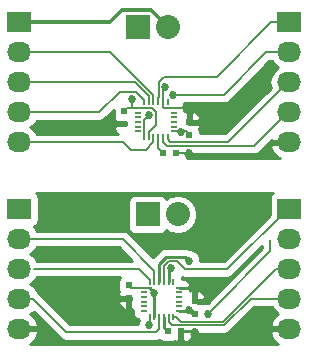
<source format=gtl>
%TF.GenerationSoftware,KiCad,Pcbnew,4.0.4+e1-6308~48~ubuntu16.04.1-stable*%
%TF.CreationDate,2017-01-02T12:50:36-08:00*%
%TF.ProjectId,mpu9250-breakout,6D7075393235302D627265616B6F7574,v1.0*%
%TF.FileFunction,Copper,L1,Top,Signal*%
%FSLAX46Y46*%
G04 Gerber Fmt 4.6, Leading zero omitted, Abs format (unit mm)*
G04 Created by KiCad (PCBNEW 4.0.4+e1-6308~48~ubuntu16.04.1-stable) date Mon Jan  2 12:50:36 2017*
%MOMM*%
%LPD*%
G01*
G04 APERTURE LIST*
%ADD10C,0.350000*%
%ADD11R,0.550000X0.200000*%
%ADD12R,0.200000X0.550000*%
%ADD13R,0.500000X0.600000*%
%ADD14R,0.600000X0.500000*%
%ADD15R,2.032000X1.727200*%
%ADD16O,2.032000X1.727200*%
%ADD17R,2.032000X2.032000*%
%ADD18O,2.032000X2.032000*%
%ADD19C,0.685800*%
%ADD20C,0.254000*%
%ADD21C,0.152400*%
%ADD22C,0.330200*%
%ADD23C,0.330200*%
%ADD24C,0.350000*%
G04 APERTURE END LIST*
D10*
D11*
X143129000Y-115913000D03*
X143129000Y-116313000D03*
X143129000Y-116713000D03*
X143129000Y-117113000D03*
X143129000Y-117513000D03*
X143129000Y-117913000D03*
D12*
X143629000Y-118413000D03*
X144029000Y-118413000D03*
X144429000Y-118413000D03*
X144829000Y-118413000D03*
X145229000Y-118413000D03*
X145629000Y-118413000D03*
D11*
X146129000Y-117913000D03*
X146129000Y-117513000D03*
X146129000Y-117113000D03*
X146129000Y-116713000D03*
X146129000Y-116313000D03*
X146129000Y-115913000D03*
D12*
X145629000Y-115413000D03*
X145229000Y-115413000D03*
X144829000Y-115413000D03*
X144429000Y-115413000D03*
X144029000Y-115413000D03*
X143629000Y-115413000D03*
D13*
X141478000Y-100939600D03*
X141478000Y-102039600D03*
D14*
X144738000Y-104521000D03*
X145838000Y-104521000D03*
D13*
X146964400Y-103004800D03*
X146964400Y-101904800D03*
D15*
X132588000Y-93472000D03*
D16*
X132588000Y-96012000D03*
X132588000Y-98552000D03*
X132588000Y-101092000D03*
X132588000Y-103632000D03*
D15*
X155448000Y-93472000D03*
D16*
X155448000Y-96012000D03*
X155448000Y-98552000D03*
X155448000Y-101092000D03*
X155448000Y-103632000D03*
D17*
X142646400Y-93878400D03*
D18*
X145186400Y-93878400D03*
D11*
X142645000Y-100703000D03*
X142645000Y-101103000D03*
X142645000Y-101503000D03*
X142645000Y-101903000D03*
X142645000Y-102303000D03*
X142645000Y-102703000D03*
D12*
X143145000Y-103203000D03*
X143545000Y-103203000D03*
X143945000Y-103203000D03*
X144345000Y-103203000D03*
X144745000Y-103203000D03*
X145145000Y-103203000D03*
D11*
X145645000Y-102703000D03*
X145645000Y-102303000D03*
X145645000Y-101903000D03*
X145645000Y-101503000D03*
X145645000Y-101103000D03*
X145645000Y-100703000D03*
D12*
X145145000Y-100203000D03*
X144745000Y-100203000D03*
X144345000Y-100203000D03*
X143945000Y-100203000D03*
X143545000Y-100203000D03*
X143145000Y-100203000D03*
D13*
X141859000Y-115740000D03*
X141859000Y-116840000D03*
D14*
X145161000Y-119634000D03*
X146261000Y-119634000D03*
D13*
X147447000Y-118194000D03*
X147447000Y-117094000D03*
D15*
X155448000Y-109263201D03*
D16*
X155448000Y-111803201D03*
X155448000Y-114343201D03*
X155448000Y-116883201D03*
X155448000Y-119423201D03*
D15*
X132588000Y-109263201D03*
D16*
X132588000Y-111803201D03*
X132588000Y-114343201D03*
X132588000Y-116883201D03*
X132588000Y-119423201D03*
D17*
X143446500Y-109728000D03*
D18*
X145986500Y-109728000D03*
D19*
X146932252Y-113665000D03*
X146932252Y-117812607D03*
X146259493Y-102763651D03*
X148526500Y-118173490D03*
X143573500Y-119126000D03*
X145615170Y-99598913D03*
X143560800Y-101295200D03*
X138557000Y-113030000D03*
X138811000Y-110490000D03*
X148336000Y-112966500D03*
X145445495Y-114252243D03*
X147461324Y-119684821D03*
X147554562Y-115865414D03*
X148590000Y-117094000D03*
X140716000Y-116840000D03*
X144945110Y-98897023D03*
X148234400Y-101904800D03*
X146913600Y-104546400D03*
X140462000Y-102057200D03*
X146964400Y-100584000D03*
X142138400Y-99923600D03*
X144029000Y-116343000D03*
D20*
X144429000Y-115413000D02*
X144429000Y-113894092D01*
X144429000Y-113894092D02*
X145013701Y-113309391D01*
X145013701Y-113309391D02*
X146576643Y-113309391D01*
X146576643Y-113309391D02*
X146589353Y-113322101D01*
X146589353Y-113322101D02*
X146932252Y-113665000D01*
X147447000Y-118194000D02*
X147313645Y-118194000D01*
X147313645Y-118194000D02*
X146932252Y-117812607D01*
X146129000Y-117913000D02*
X147166000Y-117913000D01*
X147166000Y-117913000D02*
X147447000Y-118194000D01*
D21*
X145645000Y-102703000D02*
X146202400Y-102703000D01*
X146259493Y-102763651D02*
X146662600Y-102703000D01*
X146202400Y-102706558D02*
X146259493Y-102763651D01*
X146202400Y-102703000D02*
X146202400Y-102706558D01*
D22*
X141274800Y-92456000D02*
X143764000Y-92456000D01*
X143764000Y-92456000D02*
X145186400Y-93878400D01*
X140258800Y-93472000D02*
X141274800Y-92456000D01*
X132588000Y-93472000D02*
X140258800Y-93472000D01*
D21*
X146662600Y-102703000D02*
X146964400Y-103004800D01*
X153847800Y-112852190D02*
X148869399Y-117830591D01*
X153847800Y-111887000D02*
X153847800Y-112852190D01*
X148869399Y-117830591D02*
X148526500Y-118173490D01*
X143629000Y-118413000D02*
X143629000Y-119070500D01*
X143629000Y-119070500D02*
X143573500Y-119126000D01*
X149879887Y-99598913D02*
X153466800Y-96012000D01*
X153466800Y-96012000D02*
X155448000Y-96012000D01*
X145615170Y-99598913D02*
X149879887Y-99598913D01*
X143148601Y-103199399D02*
X143148601Y-101707399D01*
X143145000Y-103203000D02*
X143148601Y-103199399D01*
X143148601Y-101707399D02*
X143560800Y-101295200D01*
X143945000Y-103630400D02*
X143945000Y-103203000D01*
X143282991Y-104292409D02*
X143945000Y-103630400D01*
X142062943Y-104292409D02*
X143282991Y-104292409D01*
X132588000Y-103632000D02*
X141402534Y-103632000D01*
X141402534Y-103632000D02*
X142062943Y-104292409D01*
X145501911Y-119113311D02*
X149940557Y-119113311D01*
X145229000Y-118840400D02*
X145501911Y-119113311D01*
X149940557Y-119113311D02*
X152170667Y-116883201D01*
X145229000Y-118413000D02*
X145229000Y-118840400D01*
X152170667Y-116883201D02*
X154279600Y-116883201D01*
X154279600Y-116883201D02*
X155448000Y-116883201D01*
X145051400Y-103936800D02*
X152450800Y-103936800D01*
X152450800Y-103936800D02*
X155295600Y-101092000D01*
X155295600Y-101092000D02*
X155448000Y-101092000D01*
X144745000Y-103203000D02*
X144745000Y-103630400D01*
X144745000Y-103630400D02*
X145051400Y-103936800D01*
X149814301Y-118808500D02*
X146276900Y-118808500D01*
X146276900Y-118808500D02*
X145881400Y-118413000D01*
X145881400Y-118413000D02*
X145629000Y-118413000D01*
X155448000Y-114343201D02*
X154279600Y-114343201D01*
X154279600Y-114343201D02*
X149814301Y-118808500D01*
X145145000Y-103203000D02*
X145145000Y-103378000D01*
X145145000Y-103378000D02*
X145348200Y-103581200D01*
X145348200Y-103581200D02*
X150266400Y-103581200D01*
X155295600Y-98552000D02*
X155448000Y-98552000D01*
X150266400Y-103581200D02*
X155295600Y-98552000D01*
D20*
X145229000Y-115413000D02*
X145229000Y-114468738D01*
X145229000Y-114468738D02*
X145445495Y-114252243D01*
X147410503Y-119634000D02*
X147461324Y-119684821D01*
X146261000Y-119634000D02*
X147410503Y-119634000D01*
X147506976Y-115913000D02*
X147554562Y-115865414D01*
X146129000Y-115913000D02*
X147506976Y-115913000D01*
X147447000Y-115972976D02*
X147554562Y-115865414D01*
X147447000Y-117094000D02*
X147447000Y-115972976D01*
X147447000Y-117094000D02*
X148590000Y-117094000D01*
X141859000Y-116840000D02*
X140716000Y-116840000D01*
D21*
X144745000Y-99097133D02*
X144945110Y-98897023D01*
X144745000Y-100203000D02*
X144745000Y-99097133D01*
X146964400Y-101904800D02*
X148234400Y-101904800D01*
X145838000Y-104521000D02*
X146888200Y-104521000D01*
X146888200Y-104521000D02*
X146913600Y-104546400D01*
X144745000Y-100203000D02*
X144745000Y-100630400D01*
X144745000Y-100630400D02*
X144821201Y-100706601D01*
X144821201Y-100706601D02*
X145641399Y-100706601D01*
X145641399Y-100706601D02*
X145645000Y-100703000D01*
X141478000Y-102039600D02*
X140479600Y-102039600D01*
X140479600Y-102039600D02*
X140462000Y-102057200D01*
X146964400Y-101904800D02*
X146964400Y-100584000D01*
X146423000Y-100703000D02*
X146939000Y-101219000D01*
X146939000Y-101219000D02*
X146939000Y-101981000D01*
X145645000Y-100703000D02*
X146423000Y-100703000D01*
X146621500Y-114363500D02*
X150195301Y-114363500D01*
X150195301Y-114363500D02*
X155295600Y-109263201D01*
X155295600Y-109263201D02*
X155448000Y-109263201D01*
X145923000Y-113665000D02*
X146621500Y-114363500D01*
X145224500Y-113665000D02*
X145923000Y-113665000D01*
X144829000Y-114060500D02*
X145224500Y-113665000D01*
X144829000Y-115413000D02*
X144829000Y-114060500D01*
X149301200Y-98094800D02*
X153924000Y-93472000D01*
X153924000Y-93472000D02*
X155448000Y-93472000D01*
X144830800Y-98094800D02*
X149301200Y-98094800D01*
X144373600Y-98552000D02*
X144830800Y-98094800D01*
X144373600Y-99747000D02*
X144373600Y-98552000D01*
X144345000Y-100203000D02*
X144345000Y-99775600D01*
X144345000Y-99775600D02*
X144373600Y-99747000D01*
X143916389Y-100174389D02*
X143945000Y-100203000D01*
X143916389Y-99638033D02*
X143916389Y-100174389D01*
X140290356Y-96012000D02*
X143916389Y-99638033D01*
X132588000Y-96012000D02*
X140290356Y-96012000D01*
X142399289Y-98552000D02*
X133756400Y-98552000D01*
X143545000Y-99697711D02*
X142399289Y-98552000D01*
X143545000Y-100203000D02*
X143545000Y-99697711D01*
X133756400Y-98552000D02*
X132588000Y-98552000D01*
X143145000Y-100028000D02*
X143145000Y-100203000D01*
X141102079Y-99352099D02*
X142469099Y-99352099D01*
X142469099Y-99352099D02*
X143145000Y-100028000D01*
X139362178Y-101092000D02*
X141102079Y-99352099D01*
X132588000Y-101092000D02*
X139362178Y-101092000D01*
D20*
X144829000Y-118413000D02*
X144829000Y-119302000D01*
X144829000Y-119302000D02*
X145161000Y-119634000D01*
D21*
X144345000Y-103203000D02*
X144345000Y-104128000D01*
X144345000Y-104128000D02*
X144738000Y-104521000D01*
X142645000Y-100703000D02*
X142665698Y-100723698D01*
X142665698Y-100723698D02*
X143835122Y-100723698D01*
X144132302Y-101020878D02*
X144132302Y-102188298D01*
X143545000Y-102775600D02*
X143545000Y-103203000D01*
X143835122Y-100723698D02*
X144132302Y-101020878D01*
X144132302Y-102188298D02*
X143545000Y-102775600D01*
X142645000Y-100703000D02*
X142087600Y-100703000D01*
X142087600Y-100703000D02*
X141714600Y-100703000D01*
X142138400Y-100652200D02*
X142087600Y-100703000D01*
X142138400Y-99923600D02*
X142138400Y-100652200D01*
X141714600Y-100703000D02*
X141478000Y-100939600D01*
X143129000Y-115913000D02*
X143183401Y-115967401D01*
X143183401Y-115967401D02*
X143653401Y-115967401D01*
X143129000Y-115913000D02*
X142032000Y-115913000D01*
X142032000Y-115913000D02*
X141859000Y-115740000D01*
D20*
X144029000Y-116343000D02*
X143653401Y-115967401D01*
X144029000Y-118413000D02*
X144029000Y-116343000D01*
D21*
X141330701Y-111803201D02*
X144029000Y-114501500D01*
X144029000Y-114501500D02*
X144029000Y-115413000D01*
X132588000Y-111803201D02*
X141330701Y-111803201D01*
X133502400Y-114300000D02*
X132334000Y-114300000D01*
X143629000Y-115413000D02*
X143629000Y-115238000D01*
X143629000Y-115238000D02*
X142734201Y-114343201D01*
X142734201Y-114343201D02*
X133807210Y-114343201D01*
X144429000Y-118413000D02*
X144429000Y-119413500D01*
X144429000Y-119413500D02*
X144145000Y-119697500D01*
X144145000Y-119697500D02*
X136570699Y-119697500D01*
X136570699Y-119697500D02*
X133756400Y-116883201D01*
X133756400Y-116883201D02*
X132588000Y-116883201D01*
D20*
G36*
X153961783Y-103505000D02*
X155321000Y-103505000D01*
X155321000Y-103485000D01*
X155575000Y-103485000D01*
X155575000Y-103505000D01*
X155595000Y-103505000D01*
X155595000Y-103759000D01*
X155575000Y-103759000D01*
X155575000Y-103779000D01*
X155321000Y-103779000D01*
X155321000Y-103759000D01*
X153961783Y-103759000D01*
X153840642Y-103991026D01*
X153843291Y-104006791D01*
X154097268Y-104534036D01*
X154533680Y-104923954D01*
X154616145Y-104952800D01*
X146750015Y-104952800D01*
X146773000Y-104897310D01*
X146773000Y-104804750D01*
X146616252Y-104648002D01*
X146773000Y-104648002D01*
X146773000Y-104648000D01*
X152450800Y-104648000D01*
X152722965Y-104593863D01*
X152953694Y-104439694D01*
X153936608Y-103456781D01*
X153961783Y-103505000D01*
X153961783Y-103505000D01*
G37*
X153961783Y-103505000D02*
X155321000Y-103505000D01*
X155321000Y-103485000D01*
X155575000Y-103485000D01*
X155575000Y-103505000D01*
X155595000Y-103505000D01*
X155595000Y-103759000D01*
X155575000Y-103759000D01*
X155575000Y-103779000D01*
X155321000Y-103779000D01*
X155321000Y-103759000D01*
X153961783Y-103759000D01*
X153840642Y-103991026D01*
X153843291Y-104006791D01*
X154097268Y-104534036D01*
X154533680Y-104923954D01*
X154616145Y-104952800D01*
X146750015Y-104952800D01*
X146773000Y-104897310D01*
X146773000Y-104804750D01*
X146616252Y-104648002D01*
X146773000Y-104648002D01*
X146773000Y-104648000D01*
X152450800Y-104648000D01*
X152722965Y-104593863D01*
X152953694Y-104439694D01*
X153936608Y-103456781D01*
X153961783Y-103505000D01*
G36*
X140580560Y-101239600D02*
X140624838Y-101474917D01*
X140640339Y-101499006D01*
X140593000Y-101613291D01*
X140593000Y-101753850D01*
X140751750Y-101912600D01*
X141353000Y-101912600D01*
X141353000Y-101892600D01*
X141603000Y-101892600D01*
X141603000Y-101912600D01*
X141625000Y-101912600D01*
X141625000Y-102166600D01*
X141603000Y-102166600D01*
X141603000Y-102186600D01*
X141353000Y-102186600D01*
X141353000Y-102166600D01*
X140751750Y-102166600D01*
X140593000Y-102325350D01*
X140593000Y-102465909D01*
X140689673Y-102699298D01*
X140868301Y-102877927D01*
X140971805Y-102920800D01*
X134065255Y-102920800D01*
X133832415Y-102572330D01*
X133517634Y-102362000D01*
X133832415Y-102151670D01*
X134065255Y-101803200D01*
X139362178Y-101803200D01*
X139634343Y-101749063D01*
X139865072Y-101594894D01*
X140580560Y-100879406D01*
X140580560Y-101239600D01*
X140580560Y-101239600D01*
G37*
X140580560Y-101239600D02*
X140624838Y-101474917D01*
X140640339Y-101499006D01*
X140593000Y-101613291D01*
X140593000Y-101753850D01*
X140751750Y-101912600D01*
X141353000Y-101912600D01*
X141353000Y-101892600D01*
X141603000Y-101892600D01*
X141603000Y-101912600D01*
X141625000Y-101912600D01*
X141625000Y-102166600D01*
X141603000Y-102166600D01*
X141603000Y-102186600D01*
X141353000Y-102186600D01*
X141353000Y-102166600D01*
X140751750Y-102166600D01*
X140593000Y-102325350D01*
X140593000Y-102465909D01*
X140689673Y-102699298D01*
X140868301Y-102877927D01*
X140971805Y-102920800D01*
X134065255Y-102920800D01*
X133832415Y-102572330D01*
X133517634Y-102362000D01*
X133832415Y-102151670D01*
X134065255Y-101803200D01*
X139362178Y-101803200D01*
X139634343Y-101749063D01*
X139865072Y-101594894D01*
X140580560Y-100879406D01*
X140580560Y-101239600D01*
G36*
X154203585Y-97071670D02*
X154518366Y-97282000D01*
X154203585Y-97492330D01*
X153878729Y-97978511D01*
X153764655Y-98552000D01*
X153851784Y-98990028D01*
X149971812Y-102870000D01*
X147861840Y-102870000D01*
X147861840Y-102704800D01*
X147817562Y-102469483D01*
X147802061Y-102445394D01*
X147849400Y-102331109D01*
X147849400Y-102190550D01*
X147690650Y-102031800D01*
X147089400Y-102031800D01*
X147089400Y-102051800D01*
X146943540Y-102051800D01*
X146934765Y-102045937D01*
X146922312Y-102043460D01*
X146817400Y-101938365D01*
X146817400Y-101777800D01*
X146839400Y-101777800D01*
X146839400Y-101128550D01*
X147089400Y-101128550D01*
X147089400Y-101777800D01*
X147690650Y-101777800D01*
X147849400Y-101619050D01*
X147849400Y-101478491D01*
X147752727Y-101245102D01*
X147574099Y-101066473D01*
X147340710Y-100969800D01*
X147248150Y-100969800D01*
X147089400Y-101128550D01*
X146839400Y-101128550D01*
X146680650Y-100969800D01*
X146588090Y-100969800D01*
X146563138Y-100980136D01*
X146554020Y-100931677D01*
X146555000Y-100929310D01*
X146555000Y-100911750D01*
X146549174Y-100905924D01*
X146523162Y-100767683D01*
X146428569Y-100620681D01*
X146555000Y-100494250D01*
X146555000Y-100476690D01*
X146486001Y-100310113D01*
X149879887Y-100310113D01*
X150152052Y-100255976D01*
X150382781Y-100101807D01*
X153761388Y-96723200D01*
X153970745Y-96723200D01*
X154203585Y-97071670D01*
X154203585Y-97071670D01*
G37*
X154203585Y-97071670D02*
X154518366Y-97282000D01*
X154203585Y-97492330D01*
X153878729Y-97978511D01*
X153764655Y-98552000D01*
X153851784Y-98990028D01*
X149971812Y-102870000D01*
X147861840Y-102870000D01*
X147861840Y-102704800D01*
X147817562Y-102469483D01*
X147802061Y-102445394D01*
X147849400Y-102331109D01*
X147849400Y-102190550D01*
X147690650Y-102031800D01*
X147089400Y-102031800D01*
X147089400Y-102051800D01*
X146943540Y-102051800D01*
X146934765Y-102045937D01*
X146922312Y-102043460D01*
X146817400Y-101938365D01*
X146817400Y-101777800D01*
X146839400Y-101777800D01*
X146839400Y-101128550D01*
X147089400Y-101128550D01*
X147089400Y-101777800D01*
X147690650Y-101777800D01*
X147849400Y-101619050D01*
X147849400Y-101478491D01*
X147752727Y-101245102D01*
X147574099Y-101066473D01*
X147340710Y-100969800D01*
X147248150Y-100969800D01*
X147089400Y-101128550D01*
X146839400Y-101128550D01*
X146680650Y-100969800D01*
X146588090Y-100969800D01*
X146563138Y-100980136D01*
X146554020Y-100931677D01*
X146555000Y-100929310D01*
X146555000Y-100911750D01*
X146549174Y-100905924D01*
X146523162Y-100767683D01*
X146428569Y-100620681D01*
X146555000Y-100494250D01*
X146555000Y-100476690D01*
X146486001Y-100310113D01*
X149879887Y-100310113D01*
X150152052Y-100255976D01*
X150382781Y-100101807D01*
X153761388Y-96723200D01*
X153970745Y-96723200D01*
X154203585Y-97071670D01*
G36*
X154203585Y-117942871D02*
X154513069Y-118149662D01*
X154097268Y-118521165D01*
X153843291Y-119048410D01*
X153840642Y-119064175D01*
X153961783Y-119296201D01*
X155321000Y-119296201D01*
X155321000Y-119276201D01*
X155575000Y-119276201D01*
X155575000Y-119296201D01*
X155595000Y-119296201D01*
X155595000Y-119550201D01*
X155575000Y-119550201D01*
X155575000Y-119570201D01*
X155321000Y-119570201D01*
X155321000Y-119550201D01*
X153961783Y-119550201D01*
X153840642Y-119782227D01*
X153843291Y-119797992D01*
X154097268Y-120325237D01*
X154517613Y-120700800D01*
X133518387Y-120700800D01*
X133938732Y-120325237D01*
X134192709Y-119797992D01*
X134195358Y-119782227D01*
X134074217Y-119550201D01*
X132715000Y-119550201D01*
X132715000Y-119570201D01*
X132461000Y-119570201D01*
X132461000Y-119550201D01*
X132441000Y-119550201D01*
X132441000Y-119296201D01*
X132461000Y-119296201D01*
X132461000Y-119276201D01*
X132715000Y-119276201D01*
X132715000Y-119296201D01*
X134074217Y-119296201D01*
X134195358Y-119064175D01*
X134192709Y-119048410D01*
X133938732Y-118521165D01*
X133522931Y-118149662D01*
X133819147Y-117951736D01*
X136067805Y-120200394D01*
X136298534Y-120354563D01*
X136570699Y-120408700D01*
X144145000Y-120408700D01*
X144417165Y-120354563D01*
X144421074Y-120351951D01*
X144609110Y-120480431D01*
X144861000Y-120531440D01*
X145461000Y-120531440D01*
X145696317Y-120487162D01*
X145720406Y-120471661D01*
X145834691Y-120519000D01*
X145975250Y-120519000D01*
X146134000Y-120360250D01*
X146134000Y-119824511D01*
X146388000Y-119824511D01*
X146388000Y-120360250D01*
X146546750Y-120519000D01*
X146687309Y-120519000D01*
X146920698Y-120422327D01*
X147099327Y-120243699D01*
X147196000Y-120010310D01*
X147196000Y-119917750D01*
X147102761Y-119824511D01*
X149940557Y-119824511D01*
X150212722Y-119770374D01*
X150443451Y-119616205D01*
X152465255Y-117594401D01*
X153970745Y-117594401D01*
X154203585Y-117942871D01*
X154203585Y-117942871D01*
G37*
X154203585Y-117942871D02*
X154513069Y-118149662D01*
X154097268Y-118521165D01*
X153843291Y-119048410D01*
X153840642Y-119064175D01*
X153961783Y-119296201D01*
X155321000Y-119296201D01*
X155321000Y-119276201D01*
X155575000Y-119276201D01*
X155575000Y-119296201D01*
X155595000Y-119296201D01*
X155595000Y-119550201D01*
X155575000Y-119550201D01*
X155575000Y-119570201D01*
X155321000Y-119570201D01*
X155321000Y-119550201D01*
X153961783Y-119550201D01*
X153840642Y-119782227D01*
X153843291Y-119797992D01*
X154097268Y-120325237D01*
X154517613Y-120700800D01*
X133518387Y-120700800D01*
X133938732Y-120325237D01*
X134192709Y-119797992D01*
X134195358Y-119782227D01*
X134074217Y-119550201D01*
X132715000Y-119550201D01*
X132715000Y-119570201D01*
X132461000Y-119570201D01*
X132461000Y-119550201D01*
X132441000Y-119550201D01*
X132441000Y-119296201D01*
X132461000Y-119296201D01*
X132461000Y-119276201D01*
X132715000Y-119276201D01*
X132715000Y-119296201D01*
X134074217Y-119296201D01*
X134195358Y-119064175D01*
X134192709Y-119048410D01*
X133938732Y-118521165D01*
X133522931Y-118149662D01*
X133819147Y-117951736D01*
X136067805Y-120200394D01*
X136298534Y-120354563D01*
X136570699Y-120408700D01*
X144145000Y-120408700D01*
X144417165Y-120354563D01*
X144421074Y-120351951D01*
X144609110Y-120480431D01*
X144861000Y-120531440D01*
X145461000Y-120531440D01*
X145696317Y-120487162D01*
X145720406Y-120471661D01*
X145834691Y-120519000D01*
X145975250Y-120519000D01*
X146134000Y-120360250D01*
X146134000Y-119824511D01*
X146388000Y-119824511D01*
X146388000Y-120360250D01*
X146546750Y-120519000D01*
X146687309Y-120519000D01*
X146920698Y-120422327D01*
X147099327Y-120243699D01*
X147196000Y-120010310D01*
X147196000Y-119917750D01*
X147102761Y-119824511D01*
X149940557Y-119824511D01*
X150212722Y-119770374D01*
X150443451Y-119616205D01*
X152465255Y-117594401D01*
X153970745Y-117594401D01*
X154203585Y-117942871D01*
G36*
X141012569Y-115188110D02*
X140961560Y-115440000D01*
X140961560Y-116040000D01*
X141005838Y-116275317D01*
X141021339Y-116299406D01*
X140974000Y-116413691D01*
X140974000Y-116554250D01*
X141132750Y-116713000D01*
X141734000Y-116713000D01*
X141734000Y-116693000D01*
X141984000Y-116693000D01*
X141984000Y-116713000D01*
X142006000Y-116713000D01*
X142006000Y-116967000D01*
X141984000Y-116967000D01*
X141984000Y-117616250D01*
X142142750Y-117775000D01*
X142214255Y-117775000D01*
X142206560Y-117813000D01*
X142206560Y-118013000D01*
X142250838Y-118248317D01*
X142389910Y-118464441D01*
X142602110Y-118609431D01*
X142719290Y-118633161D01*
X142595770Y-118930630D01*
X142595721Y-118986300D01*
X136865287Y-118986300D01*
X135004737Y-117125750D01*
X140974000Y-117125750D01*
X140974000Y-117266309D01*
X141070673Y-117499698D01*
X141249301Y-117678327D01*
X141482690Y-117775000D01*
X141575250Y-117775000D01*
X141734000Y-117616250D01*
X141734000Y-116967000D01*
X141132750Y-116967000D01*
X140974000Y-117125750D01*
X135004737Y-117125750D01*
X134259294Y-116380307D01*
X134157827Y-116312509D01*
X134157271Y-116309712D01*
X133832415Y-115823531D01*
X133517634Y-115613201D01*
X133832415Y-115402871D01*
X134065255Y-115054401D01*
X141103928Y-115054401D01*
X141012569Y-115188110D01*
X141012569Y-115188110D01*
G37*
X141012569Y-115188110D02*
X140961560Y-115440000D01*
X140961560Y-116040000D01*
X141005838Y-116275317D01*
X141021339Y-116299406D01*
X140974000Y-116413691D01*
X140974000Y-116554250D01*
X141132750Y-116713000D01*
X141734000Y-116713000D01*
X141734000Y-116693000D01*
X141984000Y-116693000D01*
X141984000Y-116713000D01*
X142006000Y-116713000D01*
X142006000Y-116967000D01*
X141984000Y-116967000D01*
X141984000Y-117616250D01*
X142142750Y-117775000D01*
X142214255Y-117775000D01*
X142206560Y-117813000D01*
X142206560Y-118013000D01*
X142250838Y-118248317D01*
X142389910Y-118464441D01*
X142602110Y-118609431D01*
X142719290Y-118633161D01*
X142595770Y-118930630D01*
X142595721Y-118986300D01*
X136865287Y-118986300D01*
X135004737Y-117125750D01*
X140974000Y-117125750D01*
X140974000Y-117266309D01*
X141070673Y-117499698D01*
X141249301Y-117678327D01*
X141482690Y-117775000D01*
X141575250Y-117775000D01*
X141734000Y-117616250D01*
X141734000Y-116967000D01*
X141132750Y-116967000D01*
X140974000Y-117125750D01*
X135004737Y-117125750D01*
X134259294Y-116380307D01*
X134157827Y-116312509D01*
X134157271Y-116309712D01*
X133832415Y-115823531D01*
X133517634Y-115613201D01*
X133832415Y-115402871D01*
X134065255Y-115054401D01*
X141103928Y-115054401D01*
X141012569Y-115188110D01*
G36*
X153136600Y-112557602D02*
X148498637Y-117195565D01*
X148332837Y-117195421D01*
X148201810Y-117249560D01*
X148173250Y-117221000D01*
X147723431Y-117221000D01*
X147486911Y-116984067D01*
X147322000Y-116915590D01*
X147322000Y-116317750D01*
X147572000Y-116317750D01*
X147572000Y-116967000D01*
X148173250Y-116967000D01*
X148332000Y-116808250D01*
X148332000Y-116667691D01*
X148235327Y-116434302D01*
X148056699Y-116255673D01*
X147823310Y-116159000D01*
X147730750Y-116159000D01*
X147572000Y-116317750D01*
X147322000Y-116317750D01*
X147163250Y-116159000D01*
X147070690Y-116159000D01*
X147043406Y-116170302D01*
X147038020Y-116141677D01*
X147039000Y-116139310D01*
X147039000Y-116121750D01*
X147033174Y-116115924D01*
X147007162Y-115977683D01*
X146912569Y-115830681D01*
X147039000Y-115704250D01*
X147039000Y-115686690D01*
X146942327Y-115453301D01*
X146763698Y-115274673D01*
X146530309Y-115178000D01*
X146414750Y-115178000D01*
X146376440Y-115216310D01*
X146376440Y-115138000D01*
X146354537Y-115021598D01*
X146390746Y-115028800D01*
X146621500Y-115074700D01*
X150195301Y-115074700D01*
X150467466Y-115020563D01*
X150698195Y-114866394D01*
X153136600Y-112427989D01*
X153136600Y-112557602D01*
X153136600Y-112557602D01*
G37*
X153136600Y-112557602D02*
X148498637Y-117195565D01*
X148332837Y-117195421D01*
X148201810Y-117249560D01*
X148173250Y-117221000D01*
X147723431Y-117221000D01*
X147486911Y-116984067D01*
X147322000Y-116915590D01*
X147322000Y-116317750D01*
X147572000Y-116317750D01*
X147572000Y-116967000D01*
X148173250Y-116967000D01*
X148332000Y-116808250D01*
X148332000Y-116667691D01*
X148235327Y-116434302D01*
X148056699Y-116255673D01*
X147823310Y-116159000D01*
X147730750Y-116159000D01*
X147572000Y-116317750D01*
X147322000Y-116317750D01*
X147163250Y-116159000D01*
X147070690Y-116159000D01*
X147043406Y-116170302D01*
X147038020Y-116141677D01*
X147039000Y-116139310D01*
X147039000Y-116121750D01*
X147033174Y-116115924D01*
X147007162Y-115977683D01*
X146912569Y-115830681D01*
X147039000Y-115704250D01*
X147039000Y-115686690D01*
X146942327Y-115453301D01*
X146763698Y-115274673D01*
X146530309Y-115178000D01*
X146414750Y-115178000D01*
X146376440Y-115216310D01*
X146376440Y-115138000D01*
X146354537Y-115021598D01*
X146390746Y-115028800D01*
X146621500Y-115074700D01*
X150195301Y-115074700D01*
X150467466Y-115020563D01*
X150698195Y-114866394D01*
X153136600Y-112427989D01*
X153136600Y-112557602D01*
G36*
X153980559Y-107935511D02*
X153835569Y-108147711D01*
X153784560Y-108399601D01*
X153784560Y-109768453D01*
X149900713Y-113652300D01*
X147910163Y-113652300D01*
X147910321Y-113471337D01*
X147761759Y-113111788D01*
X147486911Y-112836460D01*
X147127622Y-112687270D01*
X146990603Y-112687151D01*
X146868248Y-112605395D01*
X146576643Y-112547391D01*
X145013701Y-112547391D01*
X144722096Y-112605395D01*
X144474886Y-112770576D01*
X143890185Y-113355277D01*
X143889536Y-113356248D01*
X141833595Y-111300307D01*
X141602866Y-111146138D01*
X141330701Y-111092001D01*
X134065255Y-111092001D01*
X133832415Y-110743531D01*
X133818087Y-110733958D01*
X133839317Y-110729963D01*
X134055441Y-110590891D01*
X134200431Y-110378691D01*
X134251440Y-110126801D01*
X134251440Y-108712000D01*
X141783060Y-108712000D01*
X141783060Y-110744000D01*
X141827338Y-110979317D01*
X141966410Y-111195441D01*
X142178610Y-111340431D01*
X142430500Y-111391440D01*
X144462500Y-111391440D01*
X144697817Y-111347162D01*
X144913941Y-111208090D01*
X145015698Y-111059163D01*
X145354690Y-111285670D01*
X145986500Y-111411345D01*
X146618310Y-111285670D01*
X147153933Y-110927778D01*
X147511825Y-110392155D01*
X147637500Y-109760345D01*
X147637500Y-109695655D01*
X147511825Y-109063845D01*
X147153933Y-108528222D01*
X146618310Y-108170330D01*
X145986500Y-108044655D01*
X145354690Y-108170330D01*
X145014708Y-108397499D01*
X144926590Y-108260559D01*
X144714390Y-108115569D01*
X144462500Y-108064560D01*
X142430500Y-108064560D01*
X142195183Y-108108838D01*
X141979059Y-108247910D01*
X141834069Y-108460110D01*
X141783060Y-108712000D01*
X134251440Y-108712000D01*
X134251440Y-108399601D01*
X134207162Y-108164284D01*
X134068090Y-107948160D01*
X133996435Y-107899200D01*
X154036988Y-107899200D01*
X153980559Y-107935511D01*
X153980559Y-107935511D01*
G37*
X153980559Y-107935511D02*
X153835569Y-108147711D01*
X153784560Y-108399601D01*
X153784560Y-109768453D01*
X149900713Y-113652300D01*
X147910163Y-113652300D01*
X147910321Y-113471337D01*
X147761759Y-113111788D01*
X147486911Y-112836460D01*
X147127622Y-112687270D01*
X146990603Y-112687151D01*
X146868248Y-112605395D01*
X146576643Y-112547391D01*
X145013701Y-112547391D01*
X144722096Y-112605395D01*
X144474886Y-112770576D01*
X143890185Y-113355277D01*
X143889536Y-113356248D01*
X141833595Y-111300307D01*
X141602866Y-111146138D01*
X141330701Y-111092001D01*
X134065255Y-111092001D01*
X133832415Y-110743531D01*
X133818087Y-110733958D01*
X133839317Y-110729963D01*
X134055441Y-110590891D01*
X134200431Y-110378691D01*
X134251440Y-110126801D01*
X134251440Y-108712000D01*
X141783060Y-108712000D01*
X141783060Y-110744000D01*
X141827338Y-110979317D01*
X141966410Y-111195441D01*
X142178610Y-111340431D01*
X142430500Y-111391440D01*
X144462500Y-111391440D01*
X144697817Y-111347162D01*
X144913941Y-111208090D01*
X145015698Y-111059163D01*
X145354690Y-111285670D01*
X145986500Y-111411345D01*
X146618310Y-111285670D01*
X147153933Y-110927778D01*
X147511825Y-110392155D01*
X147637500Y-109760345D01*
X147637500Y-109695655D01*
X147511825Y-109063845D01*
X147153933Y-108528222D01*
X146618310Y-108170330D01*
X145986500Y-108044655D01*
X145354690Y-108170330D01*
X145014708Y-108397499D01*
X144926590Y-108260559D01*
X144714390Y-108115569D01*
X144462500Y-108064560D01*
X142430500Y-108064560D01*
X142195183Y-108108838D01*
X141979059Y-108247910D01*
X141834069Y-108460110D01*
X141783060Y-108712000D01*
X134251440Y-108712000D01*
X134251440Y-108399601D01*
X134207162Y-108164284D01*
X134068090Y-107948160D01*
X133996435Y-107899200D01*
X154036988Y-107899200D01*
X153980559Y-107935511D01*
G36*
X142153713Y-113632001D02*
X134065255Y-113632001D01*
X133832415Y-113283531D01*
X133517634Y-113073201D01*
X133832415Y-112862871D01*
X134065255Y-112514401D01*
X141036113Y-112514401D01*
X142153713Y-113632001D01*
X142153713Y-113632001D01*
G37*
X142153713Y-113632001D02*
X134065255Y-113632001D01*
X133832415Y-113283531D01*
X133517634Y-113073201D01*
X133832415Y-112862871D01*
X134065255Y-112514401D01*
X141036113Y-112514401D01*
X142153713Y-113632001D01*
D23*
X146932252Y-113665000D03*
X146932252Y-117812607D03*
X146259493Y-102763651D03*
X148526500Y-118173490D03*
X143573500Y-119126000D03*
X145615170Y-99598913D03*
X143560800Y-101295200D03*
X138557000Y-113030000D03*
X138811000Y-110490000D03*
X148336000Y-112966500D03*
X145445495Y-114252243D03*
X147461324Y-119684821D03*
X147554562Y-115865414D03*
X148590000Y-117094000D03*
X140716000Y-116840000D03*
X144945110Y-98897023D03*
X148234400Y-101904800D03*
X146913600Y-104546400D03*
X140462000Y-102057200D03*
X146964400Y-100584000D03*
X142138400Y-99923600D03*
X144029000Y-116343000D03*
D24*
X132588000Y-93472000D03*
X132588000Y-96012000D03*
X132588000Y-98552000D03*
X132588000Y-101092000D03*
X132588000Y-103632000D03*
X155448000Y-93472000D03*
X155448000Y-96012000D03*
X155448000Y-98552000D03*
X155448000Y-101092000D03*
X155448000Y-103632000D03*
X142646400Y-93878400D03*
X145186400Y-93878400D03*
X155448000Y-109263201D03*
X155448000Y-111803201D03*
X155448000Y-114343201D03*
X155448000Y-116883201D03*
X155448000Y-119423201D03*
X132588000Y-109263201D03*
X132588000Y-111803201D03*
X132588000Y-114343201D03*
X132588000Y-116883201D03*
X132588000Y-119423201D03*
X143446500Y-109728000D03*
X145986500Y-109728000D03*
M02*

</source>
